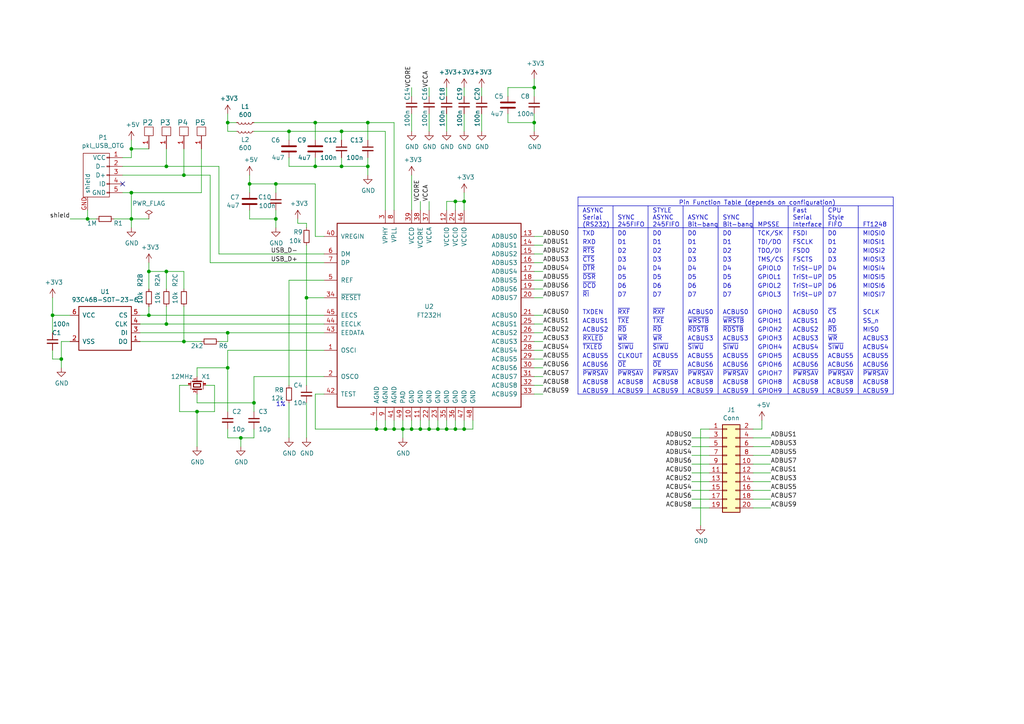
<source format=kicad_sch>
(kicad_sch (version 20230121) (generator eeschema)
  (paper "A4")
  (title_block (title "ftdi breakout") (rev "V1.0a") (company "1BitSquared") (comment 1 "2018 (C) 1BitSquared <info@1bitsquared.com>") (comment 2 "2018 (C) Piotr Esden-Tempski <piotr@esden.net>") (comment 3 "License: CC-BY-SA V4.0"))
  (junction (at 99.06 48.26))
  (junction (at 80.01 53.34))
  (junction (at 121.92 124.46))
  (junction (at 72.39 53.34))
  (junction (at 116.84 124.46))
  (junction (at 132.08 124.46))
  (junction (at 127 124.46))
  (junction (at 48.26 78.74))
  (junction (at 25.4 63.5))
  (junction (at 83.82 38.1))
  (junction (at 57.15 119.38))
  (junction (at 73.66 116.84))
  (junction (at 109.22 124.46))
  (junction (at 134.62 58.42))
  (junction (at 99.06 38.1))
  (junction (at 38.1 55.88))
  (junction (at 69.85 127))
  (junction (at 91.44 35.56))
  (junction (at 66.04 35.56))
  (junction (at 66.04 96.52))
  (junction (at 80.01 63.5))
  (junction (at 48.26 48.26))
  (junction (at 66.04 106.68))
  (junction (at 38.1 43.18))
  (junction (at 53.34 50.8))
  (junction (at 114.3 124.46))
  (junction (at 15.24 91.44))
  (junction (at 88.9 86.36))
  (junction (at 132.08 58.42))
  (junction (at 43.18 78.74))
  (junction (at 134.62 124.46))
  (junction (at 106.68 35.56))
  (junction (at 91.44 48.26))
  (junction (at 111.76 124.46))
  (junction (at 129.54 124.46))
  (junction (at 38.1 63.5))
  (junction (at 53.34 99.06))
  (junction (at 154.94 35.56))
  (junction (at 17.78 104.14))
  (junction (at 48.26 93.98))
  (junction (at 154.94 25.4))
  (junction (at 124.46 124.46))
  (junction (at 43.18 91.44))
  (junction (at 106.68 48.26))
  (junction (at 119.38 124.46))
  (no_connect (at 35.56 53.34))
  (polyline (pts (xy 228.6 114.3) (xy 228.6 59.69)))
  (wire (pts (xy 154.94 35.56) (xy 154.94 38.1)))
  (wire (pts (xy 124.46 121.92) (xy 124.46 124.46)))
  (wire (pts (xy 114.3 121.92) (xy 114.3 124.46)))
  (wire (pts (xy 99.06 38.1) (xy 99.06 40.64)))
  (wire (pts (xy 53.34 88.9) (xy 53.34 99.06)))
  (wire (pts (xy 83.82 81.28) (xy 83.82 111.76)))
  (wire (pts (xy 91.44 53.34) (xy 91.44 68.58)))
  (wire (pts (xy 220.98 124.46) (xy 218.44 124.46)))
  (wire (pts (xy 69.85 127) (xy 69.85 129.54)))
  (wire (pts (xy 48.26 48.26) (xy 63.5 48.26)))
  (wire (pts (xy 137.16 124.46) (xy 137.16 121.92)))
  (wire (pts (xy 83.82 116.84) (xy 83.82 127)))
  (wire (pts (xy 134.62 124.46) (xy 137.16 124.46)))
  (wire (pts (xy 80.01 63.5) (xy 80.01 66.04)))
  (wire (pts (xy 73.66 35.56) (xy 91.44 35.56)))
  (polyline (pts (xy 177.8 114.3) (xy 177.8 59.69)))
  (wire (pts (xy 154.94 27.94) (xy 154.94 25.4)))
  (wire (pts (xy 72.39 63.5) (xy 80.01 63.5)))
  (wire (pts (xy 114.3 124.46) (xy 116.84 124.46)))
  (wire (pts (xy 40.64 96.52) (xy 66.04 96.52)))
  (polyline (pts (xy 187.96 114.3) (xy 187.96 59.69)))
  (wire (pts (xy 20.32 91.44) (xy 15.24 91.44)))
  (wire (pts (xy 119.38 50.8) (xy 119.38 60.96)))
  (wire (pts (xy 132.08 124.46) (xy 134.62 124.46)))
  (wire (pts (xy 154.94 81.28) (xy 157.48 81.28)))
  (wire (pts (xy 57.15 106.68) (xy 66.04 106.68)))
  (wire (pts (xy 69.85 127) (xy 73.66 127)))
  (wire (pts (xy 53.34 99.06) (xy 58.42 99.06)))
  (wire (pts (xy 124.46 124.46) (xy 127 124.46)))
  (wire (pts (xy 99.06 48.26) (xy 106.68 48.26)))
  (wire (pts (xy 127 124.46) (xy 129.54 124.46)))
  (wire (pts (xy 205.74 129.54) (xy 200.66 129.54)))
  (wire (pts (xy 40.64 93.98) (xy 48.26 93.98)))
  (wire (pts (xy 66.04 35.56) (xy 68.58 35.56)))
  (wire (pts (xy 111.76 38.1) (xy 111.76 60.96)))
  (wire (pts (xy 129.54 58.42) (xy 132.08 58.42)))
  (wire (pts (xy 154.94 91.44) (xy 157.48 91.44)))
  (wire (pts (xy 58.42 55.88) (xy 38.1 55.88)))
  (wire (pts (xy 86.36 64.77) (xy 88.9 64.77)))
  (wire (pts (xy 119.38 33.02) (xy 119.38 38.1)))
  (wire (pts (xy 88.9 64.77) (xy 88.9 66.04)))
  (wire (pts (xy 35.56 55.88) (xy 38.1 55.88)))
  (wire (pts (xy 205.74 132.08) (xy 200.66 132.08)))
  (wire (pts (xy 35.56 48.26) (xy 48.26 48.26)))
  (wire (pts (xy 48.26 93.98) (xy 93.98 93.98)))
  (wire (pts (xy 48.26 78.74) (xy 48.26 83.82)))
  (wire (pts (xy 25.4 63.5) (xy 27.94 63.5)))
  (wire (pts (xy 129.54 33.02) (xy 129.54 38.1)))
  (wire (pts (xy 218.44 137.16) (xy 223.52 137.16)))
  (wire (pts (xy 205.74 147.32) (xy 200.66 147.32)))
  (wire (pts (xy 154.94 114.3) (xy 157.48 114.3)))
  (wire (pts (xy 127 121.92) (xy 127 124.46)))
  (wire (pts (xy 38.1 55.88) (xy 38.1 63.5)))
  (wire (pts (xy 129.54 25.4) (xy 129.54 27.94)))
  (polyline (pts (xy 167.64 57.15) (xy 259.08 57.15)))
  (wire (pts (xy 154.94 101.6) (xy 157.48 101.6)))
  (wire (pts (xy 40.64 91.44) (xy 43.18 91.44)))
  (wire (pts (xy 25.4 60.96) (xy 25.4 63.5)))
  (wire (pts (xy 132.08 58.42) (xy 132.08 60.96)))
  (wire (pts (xy 43.18 88.9) (xy 43.18 91.44)))
  (wire (pts (xy 66.04 119.38) (xy 66.04 106.68)))
  (wire (pts (xy 154.94 71.12) (xy 157.48 71.12)))
  (wire (pts (xy 154.94 76.2) (xy 157.48 76.2)))
  (wire (pts (xy 218.44 142.24) (xy 223.52 142.24)))
  (wire (pts (xy 91.44 68.58) (xy 93.98 68.58)))
  (wire (pts (xy 147.32 25.4) (xy 154.94 25.4)))
  (wire (pts (xy 106.68 48.26) (xy 106.68 50.8)))
  (polyline (pts (xy 238.76 114.3) (xy 238.76 59.69)))
  (wire (pts (xy 106.68 35.56) (xy 114.3 35.56)))
  (wire (pts (xy 116.84 124.46) (xy 119.38 124.46)))
  (wire (pts (xy 63.5 99.06) (xy 66.04 99.06)))
  (wire (pts (xy 205.74 139.7) (xy 200.66 139.7)))
  (wire (pts (xy 124.46 33.02) (xy 124.46 38.1)))
  (wire (pts (xy 116.84 121.92) (xy 116.84 124.46)))
  (wire (pts (xy 154.94 93.98) (xy 157.48 93.98)))
  (wire (pts (xy 205.74 142.24) (xy 200.66 142.24)))
  (wire (pts (xy 205.74 137.16) (xy 200.66 137.16)))
  (wire (pts (xy 72.39 55.88) (xy 72.39 53.34)))
  (wire (pts (xy 154.94 86.36) (xy 157.48 86.36)))
  (wire (pts (xy 154.94 35.56) (xy 154.94 33.02)))
  (wire (pts (xy 88.9 86.36) (xy 88.9 71.12)))
  (wire (pts (xy 80.01 55.88) (xy 80.01 53.34)))
  (wire (pts (xy 57.15 116.84) (xy 73.66 116.84)))
  (wire (pts (xy 80.01 53.34) (xy 91.44 53.34)))
  (wire (pts (xy 218.44 139.7) (xy 223.52 139.7)))
  (wire (pts (xy 43.18 43.18) (xy 38.1 43.18)))
  (wire (pts (xy 147.32 33.02) (xy 147.32 35.56)))
  (wire (pts (xy 91.44 35.56) (xy 106.68 35.56)))
  (wire (pts (xy 218.44 144.78) (xy 223.52 144.78)))
  (polyline (pts (xy 167.64 66.04) (xy 255.27 66.04)))
  (wire (pts (xy 129.54 121.92) (xy 129.54 124.46)))
  (wire (pts (xy 99.06 38.1) (xy 111.76 38.1)))
  (wire (pts (xy 106.68 35.56) (xy 106.68 40.64)))
  (polyline (pts (xy 259.08 57.15) (xy 259.08 114.3)))
  (wire (pts (xy 154.94 83.82) (xy 157.48 83.82)))
  (wire (pts (xy 60.96 50.8) (xy 60.96 76.2)))
  (wire (pts (xy 111.76 121.92) (xy 111.76 124.46)))
  (wire (pts (xy 203.2 124.46) (xy 203.2 152.4)))
  (wire (pts (xy 132.08 58.42) (xy 134.62 58.42)))
  (wire (pts (xy 129.54 124.46) (xy 132.08 124.46)))
  (wire (pts (xy 33.02 63.5) (xy 38.1 63.5)))
  (wire (pts (xy 48.26 78.74) (xy 43.18 78.74)))
  (wire (pts (xy 154.94 96.52) (xy 157.48 96.52)))
  (wire (pts (xy 121.92 124.46) (xy 124.46 124.46)))
  (wire (pts (xy 40.64 99.06) (xy 53.34 99.06)))
  (wire (pts (xy 35.56 50.8) (xy 53.34 50.8)))
  (wire (pts (xy 73.66 38.1) (xy 83.82 38.1)))
  (wire (pts (xy 48.26 43.18) (xy 48.26 48.26)))
  (wire (pts (xy 132.08 121.92) (xy 132.08 124.46)))
  (wire (pts (xy 154.94 99.06) (xy 157.48 99.06)))
  (polyline (pts (xy 248.92 114.3) (xy 248.92 59.69)))
  (wire (pts (xy 218.44 127) (xy 223.52 127)))
  (polyline (pts (xy 198.12 114.3) (xy 198.12 59.69)))
  (wire (pts (xy 154.94 111.76) (xy 157.48 111.76)))
  (wire (pts (xy 154.94 109.22) (xy 157.48 109.22)))
  (wire (pts (xy 119.38 25.4) (xy 119.38 27.94)))
  (wire (pts (xy 53.34 50.8) (xy 60.96 50.8)))
  (wire (pts (xy 57.15 119.38) (xy 57.15 129.54)))
  (wire (pts (xy 60.96 76.2) (xy 93.98 76.2)))
  (wire (pts (xy 134.62 121.92) (xy 134.62 124.46)))
  (wire (pts (xy 218.44 134.62) (xy 223.52 134.62)))
  (wire (pts (xy 43.18 76.2) (xy 43.18 78.74)))
  (wire (pts (xy 53.34 43.18) (xy 53.34 50.8)))
  (wire (pts (xy 218.44 132.08) (xy 223.52 132.08)))
  (wire (pts (xy 66.04 106.68) (xy 66.04 101.6)))
  (wire (pts (xy 59.69 111.76) (xy 62.23 111.76)))
  (wire (pts (xy 91.44 35.56) (xy 91.44 40.64)))
  (wire (pts (xy 93.98 114.3) (xy 91.44 114.3)))
  (wire (pts (xy 57.15 114.3) (xy 57.15 116.84)))
  (wire (pts (xy 99.06 45.72) (xy 99.06 48.26)))
  (wire (pts (xy 43.18 91.44) (xy 93.98 91.44)))
  (wire (pts (xy 111.76 124.46) (xy 114.3 124.46)))
  (wire (pts (xy 147.32 35.56) (xy 154.94 35.56)))
  (wire (pts (xy 139.7 33.02) (xy 139.7 38.1)))
  (wire (pts (xy 20.32 99.06) (xy 17.78 99.06)))
  (wire (pts (xy 154.94 106.68) (xy 157.48 106.68)))
  (wire (pts (xy 88.9 86.36) (xy 93.98 86.36)))
  (wire (pts (xy 91.44 124.46) (xy 109.22 124.46)))
  (wire (pts (xy 63.5 48.26) (xy 63.5 73.66)))
  (wire (pts (xy 218.44 129.54) (xy 223.52 129.54)))
  (wire (pts (xy 15.24 101.6) (xy 15.24 104.14)))
  (wire (pts (xy 38.1 43.18) (xy 38.1 45.72)))
  (wire (pts (xy 218.44 147.32) (xy 223.52 147.32)))
  (wire (pts (xy 66.04 99.06) (xy 66.04 96.52)))
  (wire (pts (xy 88.9 86.36) (xy 88.9 111.76)))
  (wire (pts (xy 73.66 109.22) (xy 93.98 109.22)))
  (wire (pts (xy 205.74 144.78) (xy 200.66 144.78)))
  (wire (pts (xy 66.04 38.1) (xy 68.58 38.1)))
  (wire (pts (xy 66.04 127) (xy 69.85 127)))
  (wire (pts (xy 91.44 114.3) (xy 91.44 124.46)))
  (wire (pts (xy 154.94 25.4) (xy 154.94 22.86)))
  (wire (pts (xy 15.24 91.44) (xy 15.24 86.36)))
  (wire (pts (xy 119.38 124.46) (xy 121.92 124.46)))
  (wire (pts (xy 220.98 124.46) (xy 220.98 121.92)))
  (wire (pts (xy 80.01 63.5) (xy 80.01 60.96)))
  (wire (pts (xy 38.1 63.5) (xy 38.1 66.04)))
  (polyline (pts (xy 218.44 114.3) (xy 218.44 59.69)))
  (wire (pts (xy 63.5 73.66) (xy 93.98 73.66)))
  (wire (pts (xy 134.62 25.4) (xy 134.62 27.94)))
  (wire (pts (xy 109.22 124.46) (xy 111.76 124.46)))
  (wire (pts (xy 38.1 63.5) (xy 43.18 63.5)))
  (wire (pts (xy 72.39 60.96) (xy 72.39 63.5)))
  (wire (pts (xy 52.07 111.76) (xy 52.07 119.38)))
  (wire (pts (xy 38.1 40.64) (xy 38.1 43.18)))
  (wire (pts (xy 72.39 53.34) (xy 72.39 50.8)))
  (wire (pts (xy 15.24 104.14) (xy 17.78 104.14)))
  (wire (pts (xy 106.68 48.26) (xy 106.68 45.72)))
  (polyline (pts (xy 167.64 57.15) (xy 167.64 114.3)))
  (wire (pts (xy 119.38 121.92) (xy 119.38 124.46)))
  (wire (pts (xy 121.92 60.96) (xy 121.92 58.42)))
  (wire (pts (xy 73.66 127) (xy 73.66 124.46)))
  (wire (pts (xy 88.9 127) (xy 88.9 116.84)))
  (wire (pts (xy 83.82 38.1) (xy 83.82 40.64)))
  (wire (pts (xy 124.46 58.42) (xy 124.46 60.96)))
  (wire (pts (xy 53.34 83.82) (xy 53.34 78.74)))
  (wire (pts (xy 66.04 96.52) (xy 93.98 96.52)))
  (wire (pts (xy 17.78 99.06) (xy 17.78 104.14)))
  (wire (pts (xy 66.04 33.02) (xy 66.04 35.56)))
  (wire (pts (xy 93.98 81.28) (xy 83.82 81.28)))
  (wire (pts (xy 91.44 45.72) (xy 91.44 48.26)))
  (wire (pts (xy 154.94 104.14) (xy 157.48 104.14)))
  (wire (pts (xy 58.42 43.18) (xy 58.42 55.88)))
  (wire (pts (xy 66.04 124.46) (xy 66.04 127)))
  (wire (pts (xy 57.15 109.22) (xy 57.15 106.68)))
  (wire (pts (xy 66.04 35.56) (xy 66.04 38.1)))
  (wire (pts (xy 73.66 119.38) (xy 73.66 116.84)))
  (wire (pts (xy 83.82 45.72) (xy 83.82 48.26)))
  (wire (pts (xy 147.32 27.94) (xy 147.32 25.4)))
  (polyline (pts (xy 259.08 114.3) (xy 167.64 114.3)))
  (wire (pts (xy 52.07 119.38) (xy 57.15 119.38)))
  (wire (pts (xy 205.74 127) (xy 200.66 127)))
  (wire (pts (xy 43.18 78.74) (xy 43.18 83.82)))
  (wire (pts (xy 86.36 63.5) (xy 86.36 64.77)))
  (wire (pts (xy 66.04 101.6) (xy 93.98 101.6)))
  (wire (pts (xy 205.74 134.62) (xy 200.66 134.62)))
  (wire (pts (xy 203.2 124.46) (xy 205.74 124.46)))
  (wire (pts (xy 139.7 25.4) (xy 139.7 27.94)))
  (wire (pts (xy 154.94 73.66) (xy 157.48 73.66)))
  (wire (pts (xy 121.92 121.92) (xy 121.92 124.46)))
  (wire (pts (xy 124.46 25.4) (xy 124.46 27.94)))
  (wire (pts (xy 83.82 48.26) (xy 91.44 48.26)))
  (wire (pts (xy 35.56 45.72) (xy 38.1 45.72)))
  (wire (pts (xy 134.62 58.42) (xy 134.62 60.96)))
  (wire (pts (xy 73.66 116.84) (xy 73.66 109.22)))
  (wire (pts (xy 80.01 53.34) (xy 72.39 53.34)))
  (polyline (pts (xy 208.28 114.3) (xy 208.28 59.69)))
  (wire (pts (xy 134.62 33.02) (xy 134.62 38.1)))
  (wire (pts (xy 109.22 121.92) (xy 109.22 124.46)))
  (wire (pts (xy 62.23 111.76) (xy 62.23 119.38)))
  (wire (pts (xy 154.94 78.74) (xy 157.48 78.74)))
  (wire (pts (xy 25.4 63.5) (xy 20.32 63.5)))
  (wire (pts (xy 134.62 58.42) (xy 134.62 55.88)))
  (wire (pts (xy 114.3 35.56) (xy 114.3 60.96)))
  (wire (pts (xy 129.54 58.42) (xy 129.54 60.96)))
  (wire (pts (xy 154.94 68.58) (xy 157.48 68.58)))
  (polyline (pts (xy 167.64 59.69) (xy 259.08 59.69)))
  (wire (pts (xy 116.84 124.46) (xy 116.84 127)))
  (wire (pts (xy 83.82 38.1) (xy 99.06 38.1)))
  (wire (pts (xy 57.15 119.38) (xy 62.23 119.38)))
  (wire (pts (xy 54.61 111.76) (xy 52.07 111.76)))
  (wire (pts (xy 53.34 78.74) (xy 48.26 78.74)))
  (wire (pts (xy 91.44 48.26) (xy 99.06 48.26)))
  (wire (pts (xy 48.26 88.9) (xy 48.26 93.98)))
  (wire (pts (xy 17.78 104.14) (xy 17.78 106.68)))
  (wire (pts (xy 15.24 91.44) (xy 15.24 96.52)))
  (text "ACBUS0" (at 199.39 91.44 0) (effects (font (size 1.27 1.27)) (justify left bottom)))
  (text "D1" (at 189.23 71.12 0) (effects (font (size 1.27 1.27)) (justify left bottom)))
  (text "SYNC\n245FIFO" (at 179.07 66.04 0) (effects (font (size 1.27 1.27)) (justify left bottom)))
  (text "D7" (at 189.23 86.36 0) (effects (font (size 1.27 1.27)) (justify left bottom)))
  (text "D7" (at 209.55 86.36 0) (effects (font (size 1.27 1.27)) (justify left bottom)))
  (text "A0" (at 240.03 93.98 0) (effects (font (size 1.27 1.27)) (justify left bottom)))
  (text "CLKOUT" (at 179.07 104.14 0) (effects (font (size 1.27 1.27)) (justify left bottom)))
  (text "ACBUS9" (at 209.55 114.3 0) (effects (font (size 1.27 1.27)) (justify left bottom)))
  (text "D0" (at 189.23 68.58 0) (effects (font (size 1.27 1.27)) (justify left bottom)))
  (text "D3" (at 240.03 76.2 0) (effects (font (size 1.27 1.27)) (justify left bottom)))
  (text "~{OE}" (at 189.23 106.68 0) (effects (font (size 1.27 1.27)) (justify left bottom)))
  (text "ACBUS5" (at 199.39 104.14 0) (effects (font (size 1.27 1.27)) (justify left bottom)))
  (text "D3" (at 199.39 76.2 0) (effects (font (size 1.27 1.27)) (justify left bottom)))
  (text "TriSt-UP" (at 229.87 83.82 0) (effects (font (size 1.27 1.27)) (justify left bottom)))
  (text "ACBUS5" (at 250.19 104.14 0) (effects (font (size 1.27 1.27)) (justify left bottom)))
  (text "~{SIWU}" (at 240.03 101.6 0) (effects (font (size 1.27 1.27)) (justify left bottom)))
  (text "FSCTS" (at 229.87 76.2 0) (effects (font (size 1.27 1.27)) (justify left bottom)))
  (text "MIOSI3" (at 250.19 76.2 0) (effects (font (size 1.27 1.27)) (justify left bottom)))
  (text "~{RDSTB}" (at 209.55 96.52 0) (effects (font (size 1.27 1.27)) (justify left bottom)))
  (text "ACBUS6" (at 199.39 106.68 0) (effects (font (size 1.27 1.27)) (justify left bottom)))
  (text "~{RXLED}" (at 168.91 99.06 0) (effects (font (size 1.27 1.27)) (justify left bottom)))
  (text "ACBUS3" (at 250.19 99.06 0) (effects (font (size 1.27 1.27)) (justify left bottom)))
  (text "ACBUS9" (at 189.23 114.3 0) (effects (font (size 1.27 1.27)) (justify left bottom)))
  (text "Fast\nSerial\nInterface" (at 229.87 66.04 0) (effects (font (size 1.27 1.27)) (justify left bottom)))
  (text "ACBUS9" (at 199.39 114.3 0) (effects (font (size 1.27 1.27)) (justify left bottom)))
  (text "FT1248" (at 250.19 66.04 0) (effects (font (size 1.27 1.27)) (justify left bottom)))
  (text "~{WR}" (at 179.07 99.06 0) (effects (font (size 1.27 1.27)) (justify left bottom)))
  (text "ACBUS8" (at 168.91 111.76 0) (effects (font (size 1.27 1.27)) (justify left bottom)))
  (text "~{SIWU}" (at 199.39 101.6 0) (effects (font (size 1.27 1.27)) (justify left bottom)))
  (text "ACBUS5" (at 168.91 104.14 0) (effects (font (size 1.27 1.27)) (justify left bottom)))
  (text "FSCLK" (at 229.87 71.12 0) (effects (font (size 1.27 1.27)) (justify left bottom)))
  (text "~{TXE}" (at 179.07 93.98 0) (effects (font (size 1.27 1.27)) (justify left bottom)))
  (text "D6" (at 179.07 83.82 0) (effects (font (size 1.27 1.27)) (justify left bottom)))
  (text "~{PWRSAV}" (at 229.87 109.22 0) (effects (font (size 1.27 1.27)) (justify left bottom)))
  (text "FSDO" (at 229.87 73.66 0) (effects (font (size 1.27 1.27)) (justify left bottom)))
  (text "~{RD}" (at 179.07 96.52 0) (effects (font (size 1.27 1.27)) (justify left bottom)))
  (text "~{DTR}" (at 168.91 78.74 0) (effects (font (size 1.27 1.27)) (justify left bottom)))
  (text "D1" (at 199.39 71.12 0) (effects (font (size 1.27 1.27)) (justify left bottom)))
  (text "~{PWRSAV}" (at 179.07 109.22 0) (effects (font (size 1.27 1.27)) (justify left bottom)))
  (text "D0" (at 199.39 68.58 0) (effects (font (size 1.27 1.27)) (justify left bottom)))
  (text "SCLK" (at 250.19 91.44 0) (effects (font (size 1.27 1.27)) (justify left bottom)))
  (text "TMS/CS" (at 219.71 76.2 0) (effects (font (size 1.27 1.27)) (justify left bottom)))
  (text "ACBUS1" (at 229.87 93.98 0) (effects (font (size 1.27 1.27)) (justify left bottom)))
  (text "D3" (at 189.23 76.2 0) (effects (font (size 1.27 1.27)) (justify left bottom)))
  (text "~{RD}" (at 240.03 96.52 0) (effects (font (size 1.27 1.27)) (justify left bottom)))
  (text "SS_n" (at 250.19 93.98 0) (effects (font (size 1.27 1.27)) (justify left bottom)))
  (text "MPSSE" (at 219.71 66.04 0) (effects (font (size 1.27 1.27)) (justify left bottom)))
  (text "~{PWRSAV}" (at 189.23 109.22 0) (effects (font (size 1.27 1.27)) (justify left bottom)))
  (text "ACBUS3" (at 209.55 99.06 0) (effects (font (size 1.27 1.27)) (justify left bottom)))
  (text "D4" (at 199.39 78.74 0) (effects (font (size 1.27 1.27)) (justify left bottom)))
  (text "TDO/DI" (at 219.71 73.66 0) (effects (font (size 1.27 1.27)) (justify left bottom)))
  (text "D2" (at 189.23 73.66 0) (effects (font (size 1.27 1.27)) (justify left bottom)))
  (text "~{PWRSAV}" (at 250.19 109.22 0) (effects (font (size 1.27 1.27)) (justify left bottom)))
  (text "MIOSI4" (at 250.19 78.74 0) (effects (font (size 1.27 1.27)) (justify left bottom)))
  (text "ACBUS5" (at 189.23 104.14 0) (effects (font (size 1.27 1.27)) (justify left bottom)))
  (text "D7" (at 240.03 86.36 0) (effects (font (size 1.27 1.27)) (justify left bottom)))
  (text "~{TXE}" (at 189.23 93.98 0) (effects (font (size 1.27 1.27)) (justify left bottom)))
  (text "D5" (at 199.39 81.28 0) (effects (font (size 1.27 1.27)) (justify left bottom)))
  (text "~{OE}" (at 179.07 106.68 0) (effects (font (size 1.27 1.27)) (justify left bottom)))
  (text "~{RXF}" (at 179.07 91.44 0) (effects (font (size 1.27 1.27)) (justify left bottom)))
  (text "D1" (at 179.07 71.12 0) (effects (font (size 1.27 1.27)) (justify left bottom)))
  (text "Pin Function Table (depends on configuration)" (at 196.85 59.69 0) (effects (font (size 1.27 1.27)) (justify left bottom)))
  (text "~{WRSTB}" (at 209.55 93.98 0) (effects (font (size 1.27 1.27)) (justify left bottom)))
  (text "MIOSI1" (at 250.19 71.12 0) (effects (font (size 1.27 1.27)) (justify left bottom)))
  (text "D6" (at 209.55 83.82 0) (effects (font (size 1.27 1.27)) (justify left bottom)))
  (text "TriSt-UP" (at 229.87 78.74 0) (effects (font (size 1.27 1.27)) (justify left bottom)))
  (text "D3" (at 209.55 76.2 0) (effects (font (size 1.27 1.27)) (justify left bottom)))
  (text "D4" (at 209.55 78.74 0) (effects (font (size 1.27 1.27)) (justify left bottom)))
  (text "TXDEN" (at 168.91 91.44 0) (effects (font (size 1.27 1.27)) (justify left bottom)))
  (text "GPIOH9" (at 219.71 114.3 0) (effects (font (size 1.27 1.27)) (justify left bottom)))
  (text "ACBUS8" (at 240.03 111.76 0) (effects (font (size 1.27 1.27)) (justify left bottom)))
  (text "~{SIWU}" (at 179.07 101.6 0) (effects (font (size 1.27 1.27)) (justify left bottom)))
  (text "D2" (at 209.55 73.66 0) (effects (font (size 1.27 1.27)) (justify left bottom)))
  (text "ACBUS0" (at 229.87 91.44 0) (effects (font (size 1.27 1.27)) (justify left bottom)))
  (text "MISO" (at 250.19 96.52 0) (effects (font (size 1.27 1.27)) (justify left bottom)))
  (text "ACBUS6" (at 250.19 106.68 0) (effects (font (size 1.27 1.27)) (justify left bottom)))
  (text "~{PWRSAV}" (at 199.39 109.22 0) (effects (font (size 1.27 1.27)) (justify left bottom)))
  (text "D7" (at 179.07 86.36 0) (effects (font (size 1.27 1.27)) (justify left bottom)))
  (text "D4" (at 240.03 78.74 0) (effects (font (size 1.27 1.27)) (justify left bottom)))
  (text "D0" (at 240.03 68.58 0) (effects (font (size 1.27 1.27)) (justify left bottom)))
  (text "SYNC\nBit-bang" (at 209.55 66.04 0) (effects (font (size 1.27 1.27)) (justify left bottom)))
  (text "ACBUS8" (at 250.19 111.76 0) (effects (font (size 1.27 1.27)) (justify left bottom)))
  (text "GPIOH5" (at 219.71 104.14 0) (effects (font (size 1.27 1.27)) (justify left bottom)))
  (text "ACBUS2" (at 229.87 96.52 0) (effects (font (size 1.27 1.27)) (justify left bottom)))
  (text "GPIOH4" (at 219.71 101.6 0) (effects (font (size 1.27 1.27)) (justify left bottom)))
  (text "GPIOH3" (at 219.71 99.06 0) (effects (font (size 1.27 1.27)) (justify left bottom)))
  (text "TriSt-UP" (at 229.87 86.36 0) (effects (font (size 1.27 1.27)) (justify left bottom)))
  (text "TCK/SK" (at 219.71 68.58 0) (effects (font (size 1.27 1.27)) (justify left bottom)))
  (text "D5" (at 240.03 81.28 0) (effects (font (size 1.27 1.27)) (justify left bottom)))
  (text "ACBUS6" (at 209.55 106.68 0) (effects (font (size 1.27 1.27)) (justify left bottom)))
  (text "ACBUS5" (at 229.87 104.14 0) (effects (font (size 1.27 1.27)) (justify left bottom)))
  (text "ACBUS6" (at 168.91 106.68 0) (effects (font (size 1.27 1.27)) (justify left bottom)))
  (text "CPU\nStyle\nFIFO" (at 240.03 66.04 0) (effects (font (size 1.27 1.27)) (justify left bottom)))
  (text "ACBUS9" (at 229.87 114.3 0) (effects (font (size 1.27 1.27)) (justify left bottom)))
  (text "D6" (at 240.03 83.82 0) (effects (font (size 1.27 1.27)) (justify left bottom)))
  (text "GPIOH8" (at 219.71 111.76 0) (effects (font (size 1.27 1.27)) (justify left bottom)))
  (text "D6" (at 189.23 83.82 0) (effects (font (size 1.27 1.27)) (justify left bottom)))
  (text "ACBUS1" (at 168.91 93.98 0) (effects (font (size 1.27 1.27)) (justify left bottom)))
  (text "D2" (at 199.39 73.66 0) (effects (font (size 1.27 1.27)) (justify left bottom)))
  (text "D2" (at 240.03 73.66 0) (effects (font (size 1.27 1.27)) (justify left bottom)))
  (text "~{SIWU}" (at 209.55 101.6 0) (effects (font (size 1.27 1.27)) (justify left bottom)))
  (text "~{PWRSAV}" (at 240.03 109.22 0) (effects (font (size 1.27 1.27)) (justify left bottom)))
  (text "TriSt-UP" (at 229.87 81.28 0) (effects (font (size 1.27 1.27)) (justify left bottom)))
  (text "GPIOL1" (at 219.71 81.28 0) (effects (font (size 1.27 1.27)) (justify left bottom)))
  (text "~{WR}" (at 189.23 99.06 0) (effects (font (size 1.27 1.27)) (justify left bottom)))
  (text "ACBUS5" (at 240.03 104.14 0) (effects (font (size 1.27 1.27)) (justify left bottom)))
  (text "D2" (at 179.07 73.66 0) (effects (font (size 1.27 1.27)) (justify left bottom)))
  (text "~{PWRSAV}" (at 168.91 109.22 0) (effects (font (size 1.27 1.27)) (justify left bottom)))
  (text "~{RDSTB}" (at 199.39 96.52 0) (effects (font (size 1.27 1.27)) (justify left bottom)))
  (text "D7" (at 199.39 86.36 0) (effects (font (size 1.27 1.27)) (justify left bottom)))
  (text "D0" (at 209.55 68.58 0) (effects (font (size 1.27 1.27)) (justify left bottom)))
  (text "ACBUS8" (at 209.55 111.76 0) (effects (font (size 1.27 1.27)) (justify left bottom)))
  (text "~{WR}" (at 240.03 99.06 0) (effects (font (size 1.27 1.27)) (justify left bottom)))
  (text "D4" (at 189.23 78.74 0) (effects (font (size 1.27 1.27)) (justify left bottom)))
  (text "ACBUS3" (at 229.87 99.06 0) (effects (font (size 1.27 1.27)) (justify left bottom)))
  (text "ACBUS5" (at 209.55 104.14 0) (effects (font (size 1.27 1.27)) (justify left bottom)))
  (text "D1" (at 240.03 71.12 0) (effects (font (size 1.27 1.27)) (justify left bottom)))
  (text "ACBUS9" (at 168.91 114.3 0) (effects (font (size 1.27 1.27)) (justify left bottom)))
  (text "ACBUS8" (at 179.07 111.76 0) (effects (font (size 1.27 1.27)) (justify left bottom)))
  (text "~{CTS}" (at 168.91 76.2 0) (effects (font (size 1.27 1.27)) (justify left bottom)))
  (text "GPIOH1" (at 219.71 93.98 0) (effects (font (size 1.27 1.27)) (justify left bottom)))
  (text "~{DCD}" (at 168.91 83.82 0) (effects (font (size 1.27 1.27)) (justify left bottom)))
  (text "GPIOH0" (at 219.71 91.44 0) (effects (font (size 1.27 1.27)) (justify left bottom)))
  (text "MIOSI2" (at 250.19 73.66 0) (effects (font (size 1.27 1.27)) (justify left bottom)))
  (text "~{RD}" (at 189.23 96.52 0) (effects (font (size 1.27 1.27)) (justify left bottom)))
  (text "~{RI}" (at 168.91 86.36 0) (effects (font (size 1.27 1.27)) (justify left bottom)))
  (text "ACBUS4" (at 229.87 101.6 0) (effects (font (size 1.27 1.27)) (justify left bottom)))
  (text "D0" (at 179.07 68.58 0) (effects (font (size 1.27 1.27)) (justify left bottom)))
  (text "~{TXLED}" (at 168.91 101.6 0) (effects (font (size 1.27 1.27)) (justify left bottom)))
  (text "ACBUS9" (at 179.07 114.3 0) (effects (font (size 1.27 1.27)) (justify left bottom)))
  (text "ACBUS8" (at 189.23 111.76 0) (effects (font (size 1.27 1.27)) (justify left bottom)))
  (text "D6" (at 199.39 83.82 0) (effects (font (size 1.27 1.27)) (justify left bottom)))
  (text "~{RTS}" (at 168.91 73.66 0) (effects (font (size 1.27 1.27)) (justify left bottom)))
  (text "ACBUS3" (at 199.39 99.06 0) (effects (font (size 1.27 1.27)) (justify left bottom)))
  (text "GPIOH7" (at 219.71 109.22 0) (effects (font (size 1.27 1.27)) (justify left bottom)))
  (text "~{WRSTB}" (at 199.39 93.98 0) (effects (font (size 1.27 1.27)) (justify left bottom)))
  (text "ASYNC\nSerial\n(RS232)" (at 168.91 66.04 0) (effects (font (size 1.27 1.27)) (justify left bottom)))
  (text "GPIOH6" (at 219.71 106.68 0) (effects (font (size 1.27 1.27)) (justify left bottom)))
  (text "ACBUS9" (at 250.19 114.3 0) (effects (font (size 1.27 1.27)) (justify left bottom)))
  (text "1%" (at 80.01 118.11 0) (effects (font (size 1.27 1.27)) (justify left bottom)))
  (text "D5" (at 189.23 81.28 0) (effects (font (size 1.27 1.27)) (justify left bottom)))
  (text "ACBUS6" (at 240.03 106.68 0) (effects (font (size 1.27 1.27)) (justify left bottom)))
  (text "D4" (at 179.07 78.74 0) (effects (font (size 1.27 1.27)) (justify left bottom)))
  (text "~{CS}" (at 240.03 91.44 0) (effects (font (size 1.27 1.27)) (justify left bottom)))
  (text "MIOSI5" (at 250.19 81.28 0) (effects (font (size 1.27 1.27)) (justify left bottom)))
  (text "~{PWRSAV}" (at 209.55 109.22 0) (effects (font (size 1.27 1.27)) (justify left bottom)))
  (text "GPIOL3" (at 219.71 86.36 0) (effects (font (size 1.27 1.27)) (justify left bottom)))
  (text "GPIOL2" (at 219.71 83.82 0) (effects (font (size 1.27 1.27)) (justify left bottom)))
  (text "ACBUS0" (at 209.55 91.44 0) (effects (font (size 1.27 1.27)) (justify left bottom)))
  (text "ACBUS6" (at 229.87 106.68 0) (effects (font (size 1.27 1.27)) (justify left bottom)))
  (text "MIOSI7" (at 250.19 86.36 0) (effects (font (size 1.27 1.27)) (justify left bottom)))
  (text "MIOSI6" (at 250.19 83.82 0) (effects (font (size 1.27 1.27)) (justify left bottom)))
  (text "ACBUS9" (at 240.03 114.3 0) (effects (font (size 1.27 1.27)) (justify left bottom)))
  (text "D3" (at 179.07 76.2 0) (effects (font (size 1.27 1.27)) (justify left bottom)))
  (text "ASYNC\nBit-bang" (at 199.39 66.04 0) (effects (font (size 1.27 1.27)) (justify left bottom)))
  (text "~{DSR}" (at 168.91 81.28 0) (effects (font (size 1.27 1.27)) (justify left bottom)))
  (text "D5" (at 179.07 81.28 0) (effects (font (size 1.27 1.27)) (justify left bottom)))
  (text "GPIOL0" (at 219.71 78.74 0) (effects (font (size 1.27 1.27)) (justify left bottom)))
  (text "ACBUS4" (at 250.19 101.6 0) (effects (font (size 1.27 1.27)) (justify left bottom)))
  (text "ACBUS2" (at 168.91 96.52 0) (effects (font (size 1.27 1.27)) (justify left bottom)))
  (text "~{SIWU}" (at 189.23 101.6 0) (effects (font (size 1.27 1.27)) (justify left bottom)))
  (text "RXD" (at 168.91 71.12 0) (effects (font (size 1.27 1.27)) (justify left bottom)))
  (text "ACBUS8" (at 199.39 111.76 0) (effects (font (size 1.27 1.27)) (justify left bottom)))
  (text "~{RXF}" (at 189.23 91.44 0) (effects (font (size 1.27 1.27)) (justify left bottom)))
  (text "D1" (at 209.55 71.12 0) (effects (font (size 1.27 1.27)) (justify left bottom)))
  (text "TXD" (at 168.91 68.58 0) (effects (font (size 1.27 1.27)) (justify left bottom)))
  (text "TDI/DO" (at 219.71 71.12 0) (effects (font (size 1.27 1.27)) (justify left bottom)))
  (text "ACBUS8" (at 229.87 111.76 0) (effects (font (size 1.27 1.27)) (justify left bottom)))
  (text "GPIOH2" (at 219.71 96.52 0) (effects (font (size 1.27 1.27)) (justify left bottom)))
  (text "D5" (at 209.55 81.28 0) (effects (font (size 1.27 1.27)) (justify left bottom)))
  (text "MIOSI0" (at 250.19 68.58 0) (effects (font (size 1.27 1.27)) (justify left bottom)))
  (text "FSDI" (at 229.87 68.58 0) (effects (font (size 1.27 1.27)) (justify left bottom)))
  (text "STYLE\nASYNC\n245FIFO" (at 189.23 66.04 0) (effects (font (size 1.27 1.27)) (justify left bottom)))
  (label "ACBUS7" (at 223.52 144.78 0))
  (label "ACBUS3" (at 157.48 99.06 0))
  (label "ACBUS5" (at 157.48 104.14 0))
  (label "ACBUS1" (at 223.52 137.16 0))
  (label "ACBUS7" (at 157.48 109.22 0))
  (label "ACBUS3" (at 223.52 139.7 0))
  (label "ACBUS5" (at 223.52 142.24 0))
  (label "VCCA" (at 124.46 25.4 90))
  (label "ACBUS9" (at 223.52 147.32 0))
  (label "ADBUS4" (at 200.66 132.08 180))
  (label "ADBUS1" (at 223.52 127 0))
  (label "ADBUS6" (at 157.48 83.82 0))
  (label "ACBUS0" (at 200.66 137.16 180))
  (label "ADBUS5" (at 157.48 81.28 0))
  (label "ADBUS6" (at 200.66 134.62 180))
  (label "USB_D-" (at 86.36 73.66 180))
  (label "ADBUS1" (at 157.48 71.12 0))
  (label "ADBUS3" (at 157.48 76.2 0))
  (label "VCORE" (at 121.92 58.42 90))
  (label "ACBUS0" (at 157.48 91.44 0))
  (label "ADBUS0" (at 157.48 68.58 0))
  (label "ACBUS8" (at 200.66 147.32 180))
  (label "ACBUS4" (at 157.48 101.6 0))
  (label "ACBUS9" (at 157.48 114.3 0))
  (label "ADBUS7" (at 157.48 86.36 0))
  (label "ADBUS5" (at 223.52 132.08 0))
  (label "ADBUS3" (at 223.52 129.54 0))
  (label "ACBUS4" (at 200.66 142.24 180))
  (label "VCCA" (at 124.46 58.42 90))
  (label "ACBUS2" (at 157.48 96.52 0))
  (label "ACBUS2" (at 200.66 139.7 180))
  (label "ACBUS1" (at 157.48 93.98 0))
  (label "ADBUS7" (at 223.52 134.62 0))
  (label "ADBUS2" (at 200.66 129.54 180))
  (label "ACBUS6" (at 157.48 106.68 0))
  (label "ACBUS6" (at 200.66 144.78 180))
  (label "ADBUS2" (at 157.48 73.66 0))
  (label "VCORE" (at 119.38 25.4 90))
  (label "ACBUS8" (at 157.48 111.76 0))
  (label "shield" (at 20.32 63.5 180))
  (label "ADBUS0" (at 200.66 127 180))
  (label "ADBUS4" (at 157.48 78.74 0))
  (label "USB_D+" (at 86.36 76.2 180))
  (symbol (lib_id "power:GND") (at 116.84 127 0) (unit 1)
    (property "Reference" "#PWR04" (effects hide))
    (property "Value" "GND" (at 116.967 131.4704 0))
  )
  (symbol (lib_id "ftdi-rescue:pkl_USB_OTG-pkl_conn") (at 27.94 50.8 90) (mirror x) (unit 1)
    (property "Reference" "P1" (at 29.8704 39.878 90))
    (property "Value" "pkl_USB_OTG" (at 29.8704 42.2402 90))
    (property "Footprint" "pkl_connectors:Connector_USB_Micro_B_SMD" (effects hide))
    (property "Source" "ANY" (effects hide))
    (property "Key" "conn-smd-usb-micro-b" (effects hide))
  )
  (symbol (lib_id "ftdi-rescue:pkl_R_Small-pkl_device") (at 30.48 63.5 270) (unit 1)
    (property "Reference" "R1" (at 34.29 64.77 90))
    (property "Value" "1M" (at 26.67 64.77 90))
    (property "Footprint" "pkl_dipol:R_0402" (effects hide))
    (property "Source" "ANY" (effects hide))
    (property "Key" "res-0402-1m" (effects hide))
  )
  (symbol (lib_id "power:GND") (at 38.1 66.04 0) (unit 1)
    (property "Reference" "#PWR06" (effects hide))
    (property "Value" "GND" (at 38.227 70.5104 0))
  )
  (symbol (lib_id "power:PWR_FLAG") (at 43.18 63.5 0) (unit 1)
    (property "Reference" "#FLG01" (effects hide))
    (property "Value" "PWR_FLAG" (at 43.18 59.0042 0))
  )
  (symbol (lib_id "power:+5V") (at 38.1 40.64 0) (unit 1)
    (property "Reference" "#PWR08" (effects hide))
    (property "Value" "+5V" (at 38.481 36.1696 0))
  )
  (symbol (lib_id "ftdi-rescue:pkl_R_Small-pkl_device") (at 88.9 68.58 180) (unit 1)
    (property "Reference" "R9" (at 85.09 67.31 0) (effects (justify right)))
    (property "Value" "10k" (at 83.82 69.85 0) (effects (justify right)))
    (property "Footprint" "pkl_dipol:R_0402" (effects hide))
    (property "Source" "ANY" (effects hide))
    (property "Key" "res-0402-10k" (effects hide))
  )
  (symbol (lib_id "power:+3V3") (at 86.36 63.5 0) (unit 1)
    (property "Reference" "#PWR09" (effects hide))
    (property "Value" "+3V3" (at 86.741 59.0296 0))
  )
  (symbol (lib_id "ftdi-rescue:pkl_C_Small-pkl_device") (at 80.01 58.42 0) (mirror y) (unit 1)
    (property "Reference" "C10" (at 78.74 57.15 0) (effects (justify left)))
    (property "Value" "100n" (at 80.01 59.69 0) (effects (justify left)))
    (property "Footprint" "pkl_dipol:C_0402" (effects hide))
    (property "Source" "ANY" (effects hide))
    (property "Key" "cap-cer-0402-100n" (effects hide))
  )
  (symbol (lib_id "power:GND") (at 80.01 66.04 0) (unit 1)
    (property "Reference" "#PWR012" (effects hide))
    (property "Value" "GND" (at 80.137 70.5104 0))
  )
  (symbol (lib_id "ftdi-rescue:pkl_R_Small-pkl_device") (at 83.82 114.3 180) (unit 1)
    (property "Reference" "R8" (at 82.3214 113.1062 0) (effects (justify left)))
    (property "Value" "12k" (at 82.3214 115.4684 0) (effects (justify left)))
    (property "Footprint" "pkl_dipol:R_0402" (effects hide))
    (property "Description" "1% current reference" (effects hide))
    (property "Source" "ANY" (effects hide))
    (property "Key" "res-0402-12k" (effects hide))
  )
  (symbol (lib_id "power:GND") (at 83.82 127 0) (unit 1)
    (property "Reference" "#PWR013" (effects hide))
    (property "Value" "GND" (at 83.947 131.4704 0))
  )
  (symbol (lib_id "ftdi-rescue:pkl_L_Small-pkl_device") (at 71.12 35.56 270) (unit 1)
    (property "Reference" "L1" (at 71.12 30.9118 90))
    (property "Value" "600" (at 71.12 33.274 90))
    (property "Footprint" "pkl_dipol:L_0402" (effects hide))
    (property "Source" "ANY" (effects hide))
    (property "Key" "ferrite-0402-600" (effects hide))
  )
  (symbol (lib_id "ftdi-rescue:pkl_L_Small-pkl_device") (at 71.12 38.1 270) (unit 1)
    (property "Reference" "L2" (at 71.12 40.513 90))
    (property "Value" "600" (at 71.12 42.8752 90))
    (property "Footprint" "pkl_dipol:L_0402" (effects hide))
    (property "Source" "ANY" (effects hide))
    (property "Key" "ferrite-0402-600" (effects hide))
  )
  (symbol (lib_id "ftdi-rescue:pkl_C_Small-pkl_device") (at 106.68 43.18 0) (mirror y) (unit 1)
    (property "Reference" "C13" (at 105.41 40.64 0) (effects (justify left)))
    (property "Value" "100n" (at 105.41 45.72 0) (effects (justify left)))
    (property "Footprint" "pkl_dipol:C_0402" (effects hide))
    (property "Source" "ANY" (effects hide))
    (property "Key" "cap-cer-0402-100n" (effects hide))
  )
  (symbol (lib_id "ftdi-rescue:pkl_C_Small-pkl_device") (at 99.06 43.18 0) (mirror y) (unit 1)
    (property "Reference" "C12" (at 97.79 40.64 0) (effects (justify left)))
    (property "Value" "100n" (at 97.79 45.72 0) (effects (justify left)))
    (property "Footprint" "pkl_dipol:C_0402" (effects hide))
    (property "Source" "ANY" (effects hide))
    (property "Key" "cap-cer-0402-100n" (effects hide))
  )
  (symbol (lib_id "ftdi-rescue:pkl_C-pkl_device") (at 91.44 43.18 0) (mirror y) (unit 1)
    (property "Reference" "C9" (at 88.9 40.64 0) (effects (justify left)))
    (property "Value" "4u7" (at 90.17 45.72 0) (effects (justify left)))
    (property "Footprint" "pkl_dipol:C_0603" (effects hide))
    (property "Key" "cap-cer-0603-4u7" (effects hide))
    (property "Source" "ANY" (effects hide))
  )
  (symbol (lib_id "ftdi-rescue:pkl_C-pkl_device") (at 83.82 43.18 0) (mirror y) (unit 1)
    (property "Reference" "C6" (at 81.28 40.64 0) (effects (justify left)))
    (property "Value" "4u7" (at 82.55 45.72 0) (effects (justify left)))
    (property "Footprint" "pkl_dipol:C_0603" (effects hide))
    (property "Key" "cap-cer-0603-4u7" (effects hide))
    (property "Source" "ANY" (effects hide))
  )
  (symbol (lib_id "power:GND") (at 106.68 50.8 0) (unit 1)
    (property "Reference" "#PWR014" (effects hide))
    (property "Value" "GND" (at 106.807 55.2704 0))
  )
  (symbol (lib_id "power:+3V3") (at 66.04 33.02 0) (unit 1)
    (property "Reference" "#PWR015" (effects hide))
    (property "Value" "+3V3" (at 66.421 28.5496 0))
  )
  (symbol (lib_id "power:+3V3") (at 134.62 55.88 0) (unit 1)
    (property "Reference" "#PWR016" (effects hide))
    (property "Value" "+3V3" (at 135.001 51.4096 0))
  )
  (symbol (lib_id "ftdi-rescue:pkl_C_Small-pkl_device") (at 119.38 30.48 0) (mirror y) (unit 1)
    (property "Reference" "C14" (at 118.11 29.21 90) (effects (justify left)))
    (property "Value" "100n" (at 118.11 36.83 90) (effects (justify left)))
    (property "Footprint" "pkl_dipol:C_0402" (effects hide))
    (property "Source" "ANY" (effects hide))
    (property "Key" "cap-cer-0402-100n" (effects hide))
  )
  (symbol (lib_id "power:GND") (at 119.38 38.1 0) (unit 1)
    (property "Reference" "#PWR017" (effects hide))
    (property "Value" "GND" (at 119.507 42.5704 0))
  )
  (symbol (lib_id "ftdi-rescue:pkl_C-pkl_device") (at 72.39 58.42 0) (mirror y) (unit 1)
    (property "Reference" "C7" (at 69.469 57.2262 0) (effects (justify left)))
    (property "Value" "4u7" (at 69.469 59.5884 0) (effects (justify left)))
    (property "Footprint" "pkl_dipol:C_0603" (effects hide))
    (property "Key" "cap-cer-0603-4u7" (effects hide))
    (property "Source" "ANY" (effects hide))
  )
  (symbol (lib_id "ftdi-rescue:pkl_C_Small-pkl_device") (at 124.46 30.48 0) (mirror y) (unit 1)
    (property "Reference" "C16" (at 123.19 29.21 90) (effects (justify left)))
    (property "Value" "100n" (at 123.19 36.83 90) (effects (justify left)))
    (property "Footprint" "pkl_dipol:C_0402" (effects hide))
    (property "Source" "ANY" (effects hide))
    (property "Key" "cap-cer-0402-100n" (effects hide))
  )
  (symbol (lib_id "power:GND") (at 124.46 38.1 0) (unit 1)
    (property "Reference" "#PWR019" (effects hide))
    (property "Value" "GND" (at 124.587 42.5704 0))
  )
  (symbol (lib_id "power:GND") (at 129.54 38.1 0) (unit 1)
    (property "Reference" "#PWR023" (effects hide))
    (property "Value" "GND" (at 129.667 42.5704 0))
  )
  (symbol (lib_id "power:GND") (at 134.62 38.1 0) (unit 1)
    (property "Reference" "#PWR024" (effects hide))
    (property "Value" "GND" (at 134.747 42.5704 0))
  )
  (symbol (lib_id "power:GND") (at 139.7 38.1 0) (unit 1)
    (property "Reference" "#PWR025" (effects hide))
    (property "Value" "GND" (at 139.827 42.5704 0))
  )
  (symbol (lib_id "ftdi-rescue:pkl_C_Small-pkl_device") (at 129.54 30.48 0) (mirror y) (unit 1)
    (property "Reference" "C18" (at 128.27 29.21 90) (effects (justify left)))
    (property "Value" "100n" (at 128.27 36.83 90) (effects (justify left)))
    (property "Footprint" "pkl_dipol:C_0402" (effects hide))
    (property "Source" "ANY" (effects hide))
    (property "Key" "cap-cer-0402-100n" (effects hide))
  )
  (symbol (lib_id "ftdi-rescue:pkl_C_Small-pkl_device") (at 134.62 30.48 0) (mirror y) (unit 1)
    (property "Reference" "C19" (at 133.35 29.21 90) (effects (justify left)))
    (property "Value" "100n" (at 133.35 36.83 90) (effects (justify left)))
    (property "Footprint" "pkl_dipol:C_0402" (effects hide))
    (property "Source" "ANY" (effects hide))
    (property "Key" "cap-cer-0402-100n" (effects hide))
  )
  (symbol (lib_id "ftdi-rescue:pkl_C_Small-pkl_device") (at 139.7 30.48 0) (mirror y) (unit 1)
    (property "Reference" "C20" (at 138.43 29.21 90) (effects (justify left)))
    (property "Value" "100n" (at 138.43 36.83 90) (effects (justify left)))
    (property "Footprint" "pkl_dipol:C_0402" (effects hide))
    (property "Source" "ANY" (effects hide))
    (property "Key" "cap-cer-0402-100n" (effects hide))
  )
  (symbol (lib_id "power:+3V3") (at 129.54 25.4 0) (unit 1)
    (property "Reference" "#PWR027" (effects hide))
    (property "Value" "+3V3" (at 129.921 20.9296 0))
  )
  (symbol (lib_id "power:+3V3") (at 134.62 25.4 0) (unit 1)
    (property "Reference" "#PWR028" (effects hide))
    (property "Value" "+3V3" (at 135.001 20.9296 0))
  )
  (symbol (lib_id "power:+3V3") (at 139.7 25.4 0) (unit 1)
    (property "Reference" "#PWR029" (effects hide))
    (property "Value" "+3V3" (at 140.081 20.9296 0))
  )
  (symbol (lib_id "ftdi-rescue:93C46-SOT-23-6-pkl_memory") (at 30.48 93.98 0) (unit 1)
    (property "Reference" "U1" (at 30.48 84.582 0))
    (property "Value" "93C46B-SOT-23-6" (at 30.48 86.9442 0))
    (property "Footprint" "pkl_housings_sot:SOT-23-6" (effects hide))
    (property "Datasheet" "http://ww1.microchip.com/downloads/en/DeviceDoc/20001749K.pdf" (effects hide))
    (property "Description" "EEPROM 1KBit 2MHz SOT-23-6" (effects hide))
    (property "MFN" "93C46B" (effects hide))
    (property "Source" "ANY" (effects hide))
    (property "Key" "eeprom-sot23-6-93c46b" (effects hide))
  )
  (symbol (lib_id "power:+3V3") (at 15.24 86.36 0) (unit 1)
    (property "Reference" "#PWR031" (effects hide))
    (property "Value" "+3V3" (at 15.621 81.8896 0))
  )
  (symbol (lib_id "power:GND") (at 17.78 106.68 0) (unit 1)
    (property "Reference" "#PWR032" (effects hide))
    (property "Value" "GND" (at 17.907 111.1504 0))
  )
  (symbol (lib_id "ftdi-rescue:pkl_C_Small-pkl_device") (at 15.24 99.06 0) (mirror y) (unit 1)
    (property "Reference" "C1" (at 17.78 96.52 0) (effects (justify left)))
    (property "Value" "100n" (at 20.32 93.98 0) (effects (justify left)))
    (property "Footprint" "pkl_dipol:C_0402" (effects hide))
    (property "Source" "ANY" (effects hide))
    (property "Key" "cap-cer-0402-100n" (effects hide))
  )
  (symbol (lib_id "ftdi-rescue:pkl_R_Small-pkl_device") (at 60.96 99.06 270) (unit 1)
    (property "Reference" "R6" (at 64.77 100.33 90))
    (property "Value" "2k2" (at 57.15 100.33 90))
    (property "Footprint" "pkl_dipol:R_0402" (effects hide))
    (property "Source" "ANY" (effects hide))
    (property "Key" "res-0402-2k2" (effects hide))
  )
  (symbol (lib_id "power:+3V3") (at 43.18 76.2 0) (unit 1)
    (property "Reference" "#PWR033" (effects hide))
    (property "Value" "+3V3" (at 43.561 71.7296 0))
  )
  (symbol (lib_id "ftdi-rescue:pkl_R4_Small-pkl_device") (at 48.26 86.36 0) (mirror x) (unit 1)
    (property "Reference" "R2" (at 45.72 81.28 90))
    (property "Value" "10k" (at 45.72 86.36 90))
    (property "Footprint" "pkl_dipol:R_Array_Convex_4x0402" (effects hide))
    (property "Source" "ANY" (effects hide))
    (property "Key" "res-0402cv-array-4-10k" (effects hide))
  )
  (symbol (lib_id "ftdi-rescue:pkl_R4_Small-pkl_device") (at 43.18 86.36 0) (mirror x) (unit 2)
    (property "Reference" "R2" (at 40.64 81.28 90))
    (property "Value" "10k" (at 40.64 86.36 90))
    (property "Footprint" "pkl_dipol:R_Array_Convex_4x0402" (effects hide))
    (property "Source" "ANY" (effects hide))
    (property "Key" "res-0402cv-array-4-10k" (effects hide))
  )
  (symbol (lib_id "ftdi-rescue:pkl_R4_Small-pkl_device") (at 53.34 86.36 0) (mirror x) (unit 3)
    (property "Reference" "R2" (at 50.8 81.28 90))
    (property "Value" "10k" (at 50.8 86.36 90))
    (property "Footprint" "pkl_dipol:R_Array_Convex_4x0402" (effects hide))
    (property "Source" "ANY" (effects hide))
    (property "Key" "res-0402cv-array-4-10k" (effects hide))
  )
  (symbol (lib_id "ftdi-rescue:FT232H-pkl_ftdi") (at 124.46 88.9 0) (unit 1)
    (property "Reference" "U2" (at 124.46 88.9 0))
    (property "Value" "FT232H" (at 124.46 91.44 0))
    (property "Footprint" "pkl_housings_dfn_qfn:QFN-48-1EP_8x8mm_Pitch0.5mm" (effects hide))
    (property "Manufacturer" "FTDI" (effects hide))
    (property "MFN" "FT232HQ" (effects hide))
    (property "Source" "ANY" (effects hide))
    (property "Key" "ic-ft232h" (effects hide))
  )
  (symbol (lib_id "ftdi-rescue:pkl_C_Small-pkl_device") (at 88.9 114.3 0) (unit 1)
    (property "Reference" "C4" (at 85.09 111.76 0) (effects (justify left)))
    (property "Value" "10n" (at 85.09 116.84 0) (effects (justify left)))
    (property "Footprint" "pkl_dipol:C_0402" (effects hide))
    (property "Source" "ANY" (effects hide))
    (property "Key" "cap-cer-0402-10n" (effects hide))
  )
  (symbol (lib_id "power:GND") (at 88.9 127 0) (unit 1)
    (property "Reference" "#PWR05" (effects hide))
    (property "Value" "GND" (at 89.027 131.4704 0))
  )
  (symbol (lib_id "power:+3V3") (at 119.38 50.8 0) (unit 1)
    (property "Reference" "#PWR07" (effects hide))
    (property "Value" "+3V3" (at 119.761 46.3296 0))
  )
  (symbol (lib_id "power:+5V") (at 72.39 50.8 0) (unit 1)
    (property "Reference" "#PWR03" (effects hide))
    (property "Value" "+5V" (at 72.771 46.3296 0))
  )
  (symbol (lib_id "ftdi-rescue:pkl_XTAL_XGXG-pkl_device") (at 57.15 111.76 270) (unit 1)
    (property "Reference" "X1" (at 58.42 109.22 90) (effects (justify left)))
    (property "Value" "12MHz" (at 49.53 109.22 90) (effects (justify left)))
    (property "Footprint" "pkl_misc:ABM8" (effects hide))
    (property "Manufacturer" "Abracon" (effects hide))
    (property "MFN" "ABM8G-12.000MHZ-4Y-T3" (effects hide))
    (property "Source" "ANY" (effects hide))
    (property "Key" "xtal-abm8-12mhz" (effects hide))
  )
  (symbol (lib_id "ftdi-rescue:pkl_C_Small-pkl_device") (at 66.04 121.92 0) (unit 1)
    (property "Reference" "C2" (at 67.31 119.38 0) (effects (justify left)))
    (property "Value" "10p" (at 67.31 124.46 0) (effects (justify left)))
    (property "Footprint" "pkl_dipol:C_0402" (effects hide))
    (property "Key" "cap-cer-0402-10p" (effects hide))
    (property "Source" "ANY" (effects hide))
  )
  (symbol (lib_id "ftdi-rescue:pkl_C_Small-pkl_device") (at 73.66 121.92 0) (unit 1)
    (property "Reference" "C3" (at 74.93 119.38 0) (effects (justify left)))
    (property "Value" "10p" (at 74.93 124.46 0) (effects (justify left)))
    (property "Footprint" "pkl_dipol:C_0402" (effects hide))
    (property "Key" "cap-cer-0402-10p" (effects hide))
    (property "Source" "ANY" (effects hide))
  )
  (symbol (lib_id "power:GND") (at 69.85 129.54 0) (unit 1)
    (property "Reference" "#PWR02" (effects hide))
    (property "Value" "GND" (at 69.977 134.0104 0))
  )
  (symbol (lib_id "power:GND") (at 57.15 129.54 0) (unit 1)
    (property "Reference" "#PWR01" (effects hide))
    (property "Value" "GND" (at 57.277 134.0104 0))
  )
  (symbol (lib_id "ftdi-rescue:pkl_C_Small-pkl_device") (at 154.94 30.48 0) (mirror y) (unit 1)
    (property "Reference" "C8" (at 153.67 27.94 0) (effects (justify left)))
    (property "Value" "100n" (at 154.94 33.02 0) (effects (justify left)))
    (property "Footprint" "pkl_dipol:C_0402" (effects hide))
    (property "Source" "ANY" (effects hide))
    (property "Key" "cap-cer-0402-100n" (effects hide))
  )
  (symbol (lib_id "power:GND") (at 154.94 38.1 0) (unit 1)
    (property "Reference" "#PWR011" (effects hide))
    (property "Value" "GND" (at 155.067 42.5704 0))
  )
  (symbol (lib_id "ftdi-rescue:pkl_C-pkl_device") (at 147.32 30.48 0) (mirror y) (unit 1)
    (property "Reference" "C5" (at 146.05 27.94 0) (effects (justify left)))
    (property "Value" "4u7" (at 146.05 33.02 0) (effects (justify left)))
    (property "Footprint" "pkl_dipol:C_0603" (effects hide))
    (property "Key" "cap-cer-0603-4u7" (effects hide))
    (property "Source" "ANY" (effects hide))
  )
  (symbol (lib_id "power:+3V3") (at 154.94 22.86 0) (unit 1)
    (property "Reference" "#PWR010" (effects hide))
    (property "Value" "+3V3" (at 155.321 18.3896 0))
  )
  (symbol (lib_id "Connector_Generic:Conn_02x10_Odd_Even") (at 210.82 134.62 0) (unit 1)
    (property "Reference" "J1" (at 212.09 118.872 0))
    (property "Value" "Conn" (at 212.09 121.2342 0))
    (property "Footprint" "pkl_samtec:FTSH-EDGE-20pin" (effects hide))
    (property "Key" "conn-th-01in-2-10-hdr-ra" (effects hide))
    (property "Source" "ANY" (effects hide))
  )
  (symbol (lib_id "power:+5V") (at 220.98 121.92 0) (unit 1)
    (property "Reference" "#PWR018" (effects hide))
    (property "Value" "+5V" (at 221.361 117.4496 0))
  )
  (symbol (lib_id "power:GND") (at 203.2 152.4 0) (unit 1)
    (property "Reference" "#PWR020" (effects hide))
    (property "Value" "GND" (at 203.327 156.8704 0))
  )
  (symbol (lib_id "ftdi-rescue:PAD_SMD-pkl_misc") (at 43.18 38.1 90) (unit 1)
    (property "Reference" "P2" (at 44.45 35.56 90) (effects (font (size 1.524 1.524)) (justify left)))
    (property "Value" "UP" (effects hide))
    (property "Footprint" "pkl_pads:PAD_SMD_1x2.65" (effects hide))
    (property "Source" "ANY" (effects hide))
  )
  (symbol (lib_id "ftdi-rescue:PAD_SMD-pkl_misc") (at 48.26 38.1 90) (unit 1)
    (property "Reference" "P3" (at 49.53 35.56 90) (effects (font (size 1.524 1.524)) (justify left)))
    (property "Value" "UP" (effects hide))
    (property "Footprint" "pkl_pads:PAD_SMD_1x2.65" (effects hide))
    (property "Source" "ANY" (effects hide))
  )
  (symbol (lib_id "ftdi-rescue:PAD_SMD-pkl_misc") (at 53.34 38.1 90) (unit 1)
    (property "Reference" "P4" (at 54.61 35.56 90) (effects (font (size 1.524 1.524)) (justify left)))
    (property "Value" "UP" (effects hide))
    (property "Footprint" "pkl_pads:PAD_SMD_1x2.65" (effects hide))
    (property "Source" "ANY" (effects hide))
  )
  (symbol (lib_id "ftdi-rescue:PAD_SMD-pkl_misc") (at 58.42 38.1 90) (unit 1)
    (property "Reference" "P5" (at 59.69 35.56 90) (effects (font (size 1.524 1.524)) (justify left)))
    (property "Value" "UP" (effects hide))
    (property "Footprint" "pkl_pads:PAD_SMD_1x2.65" (effects hide))
    (property "Source" "ANY" (effects hide))
  )
)
</source>
